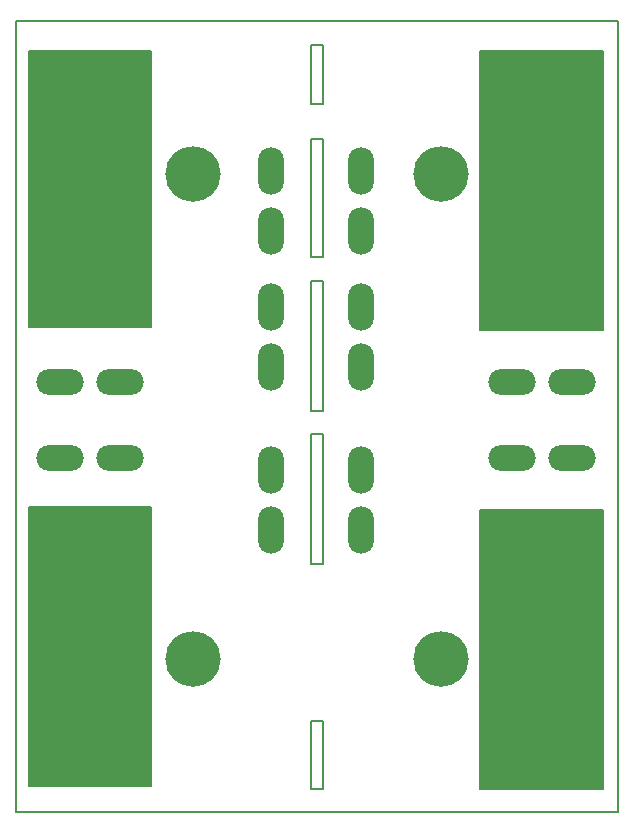
<source format=gbr>
G04 #@! TF.FileFunction,Soldermask,Bot*
%FSLAX46Y46*%
G04 Gerber Fmt 4.6, Leading zero omitted, Abs format (unit mm)*
G04 Created by KiCad (PCBNEW 4.0.7) date 07/04/18 12:00:08*
%MOMM*%
%LPD*%
G01*
G04 APERTURE LIST*
%ADD10C,0.100000*%
%ADD11C,0.150000*%
%ADD12C,1.600000*%
%ADD13C,4.700000*%
%ADD14O,4.000000X2.200000*%
%ADD15O,2.200000X4.000000*%
%ADD16C,0.127000*%
G04 APERTURE END LIST*
D10*
D11*
X141000000Y-124000000D02*
X141000000Y-118250000D01*
X142000000Y-124000000D02*
X141000000Y-124000000D01*
X142000000Y-118250000D02*
X142000000Y-124000000D01*
X141000000Y-118250000D02*
X142000000Y-118250000D01*
X141000000Y-105000000D02*
X141000000Y-94000000D01*
X142000000Y-105000000D02*
X141000000Y-105000000D01*
X142000000Y-94000000D02*
X142000000Y-105000000D01*
X141000000Y-94000000D02*
X142000000Y-94000000D01*
X141000000Y-92000000D02*
X141000000Y-81000000D01*
X142000000Y-92000000D02*
X141000000Y-92000000D01*
X142000000Y-81000000D02*
X142000000Y-92000000D01*
X141000000Y-81000000D02*
X142000000Y-81000000D01*
X141000000Y-79000000D02*
X141000000Y-69000000D01*
X142000000Y-79000000D02*
X141000000Y-79000000D01*
X142000000Y-69000000D02*
X142000000Y-79000000D01*
X141000000Y-69000000D02*
X142000000Y-69000000D01*
X142000000Y-61000000D02*
X141000000Y-61000000D01*
X142000000Y-66000000D02*
X142000000Y-61000000D01*
X141000000Y-66000000D02*
X142000000Y-66000000D01*
X141000000Y-61000000D02*
X141000000Y-66000000D01*
X116000000Y-126000000D02*
X116000000Y-59000000D01*
X167000000Y-126000000D02*
X116000000Y-126000000D01*
X167000000Y-59000000D02*
X167000000Y-126000000D01*
X116000000Y-59000000D02*
X167000000Y-59000000D01*
D12*
X159250000Y-119500000D03*
X157250000Y-118500000D03*
X159250000Y-117250000D03*
X159250000Y-113000000D03*
X157250000Y-112000000D03*
X159250000Y-111000000D03*
X159250000Y-106750000D03*
X157250000Y-105750000D03*
X159250000Y-104500000D03*
X125750000Y-118500000D03*
X123750000Y-119250000D03*
X123750000Y-117500000D03*
X125750000Y-112000000D03*
X123750000Y-113000000D03*
X123750000Y-111000000D03*
X125750000Y-105750000D03*
X123750000Y-106500000D03*
X123750000Y-104500000D03*
X157250000Y-80000000D03*
X125750000Y-80000000D03*
X159250000Y-72500000D03*
X159250000Y-78750000D03*
X159250000Y-66250000D03*
X159250000Y-81000000D03*
X159250000Y-74500000D03*
X123750000Y-79000000D03*
X157250000Y-73500000D03*
X123750000Y-81000000D03*
X123750000Y-72500000D03*
X123750000Y-66250000D03*
X159250000Y-68250000D03*
X125750000Y-73750000D03*
X157250000Y-67250000D03*
X125750000Y-67250000D03*
X123750000Y-74500000D03*
D13*
X152000000Y-72000000D03*
X131000000Y-72000000D03*
X152000000Y-113000000D03*
D14*
X119720000Y-64000000D03*
X124800000Y-64000000D03*
X119720000Y-70400000D03*
X124800000Y-70400000D03*
X158000000Y-64000000D03*
X163080000Y-64000000D03*
X158000000Y-70400000D03*
X163080000Y-70400000D03*
X119720000Y-121600000D03*
X124800000Y-121600000D03*
X119720000Y-115200000D03*
X124800000Y-115200000D03*
X158000000Y-115200000D03*
X163080000Y-115200000D03*
X158000000Y-121600000D03*
X163080000Y-121600000D03*
X119720000Y-108800000D03*
X124800000Y-108800000D03*
X119720000Y-76800000D03*
X124800000Y-76800000D03*
X119720000Y-83200000D03*
X124800000Y-83200000D03*
X119720000Y-102400000D03*
X124800000Y-102400000D03*
X158000000Y-108800000D03*
X163080000Y-108800000D03*
X158000000Y-76800000D03*
X163080000Y-76800000D03*
X158000000Y-83200000D03*
X163080000Y-83200000D03*
X158000000Y-102400000D03*
X163080000Y-102400000D03*
X119720000Y-89600000D03*
X124800000Y-89600000D03*
X119720000Y-96000000D03*
X124800000Y-96000000D03*
X158000000Y-89600000D03*
X163080000Y-89600000D03*
X158000000Y-96000000D03*
X163080000Y-96000000D03*
D15*
X137600000Y-102080000D03*
X137600000Y-97000000D03*
X137600000Y-88280000D03*
X137600000Y-83200000D03*
X137600000Y-76800000D03*
X137600000Y-71720000D03*
X145200000Y-102080000D03*
X145200000Y-97000000D03*
X145200000Y-88280000D03*
X145200000Y-83200000D03*
X145200000Y-76800000D03*
X145200000Y-71720000D03*
D13*
X131000000Y-113000000D03*
D12*
X123750000Y-68250000D03*
D16*
G36*
X165686500Y-124031307D02*
X155313500Y-124031307D01*
X155313500Y-100408307D01*
X165686500Y-100408307D01*
X165686500Y-124031307D01*
X165686500Y-124031307D01*
G37*
X165686500Y-124031307D02*
X155313500Y-124031307D01*
X155313500Y-100408307D01*
X165686500Y-100408307D01*
X165686500Y-124031307D01*
G36*
X127436500Y-123767901D02*
X117063500Y-123767901D01*
X117063500Y-100144901D01*
X127436500Y-100144901D01*
X127436500Y-123767901D01*
X127436500Y-123767901D01*
G37*
X127436500Y-123767901D02*
X117063500Y-123767901D01*
X117063500Y-100144901D01*
X127436500Y-100144901D01*
X127436500Y-123767901D01*
G36*
X127436500Y-84936500D02*
X117063500Y-84936500D01*
X117063500Y-61579941D01*
X127436500Y-61579941D01*
X127436500Y-84936500D01*
X127436500Y-84936500D01*
G37*
X127436500Y-84936500D02*
X117063500Y-84936500D01*
X117063500Y-61579941D01*
X127436500Y-61579941D01*
X127436500Y-84936500D01*
G36*
X165686500Y-85202941D02*
X155313500Y-85202941D01*
X155313500Y-61579941D01*
X165686500Y-61579941D01*
X165686500Y-85202941D01*
X165686500Y-85202941D01*
G37*
X165686500Y-85202941D02*
X155313500Y-85202941D01*
X155313500Y-61579941D01*
X165686500Y-61579941D01*
X165686500Y-85202941D01*
M02*

</source>
